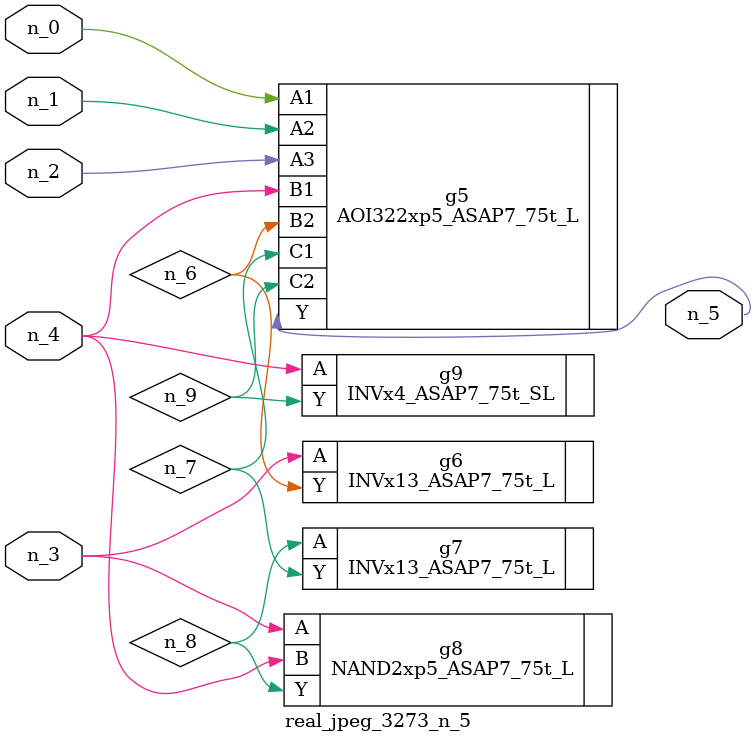
<source format=v>
module real_jpeg_3273_n_5 (n_4, n_0, n_1, n_2, n_3, n_5);

input n_4;
input n_0;
input n_1;
input n_2;
input n_3;

output n_5;

wire n_8;
wire n_6;
wire n_7;
wire n_9;

AOI322xp5_ASAP7_75t_L g5 ( 
.A1(n_0),
.A2(n_1),
.A3(n_2),
.B1(n_4),
.B2(n_6),
.C1(n_7),
.C2(n_9),
.Y(n_5)
);

INVx13_ASAP7_75t_L g6 ( 
.A(n_3),
.Y(n_6)
);

NAND2xp5_ASAP7_75t_L g8 ( 
.A(n_3),
.B(n_4),
.Y(n_8)
);

INVx4_ASAP7_75t_SL g9 ( 
.A(n_4),
.Y(n_9)
);

INVx13_ASAP7_75t_L g7 ( 
.A(n_8),
.Y(n_7)
);


endmodule
</source>
